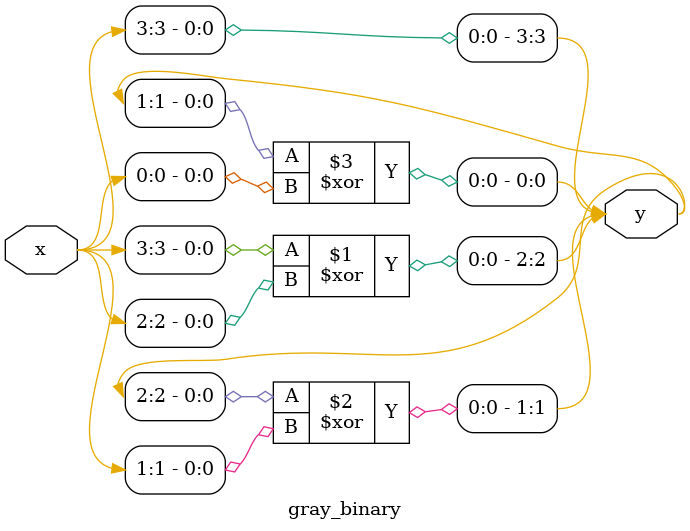
<source format=v>
module gray_binary(x,y);
input [3:0]x;
output [3:0]y;
assign y[3] = x[3];
assign y[2] = (y[3]^x[2]);
assign y[1] = (y[2]^x[1]);
assign y[0] = (y[1]^x[0]);
endmodule

</source>
